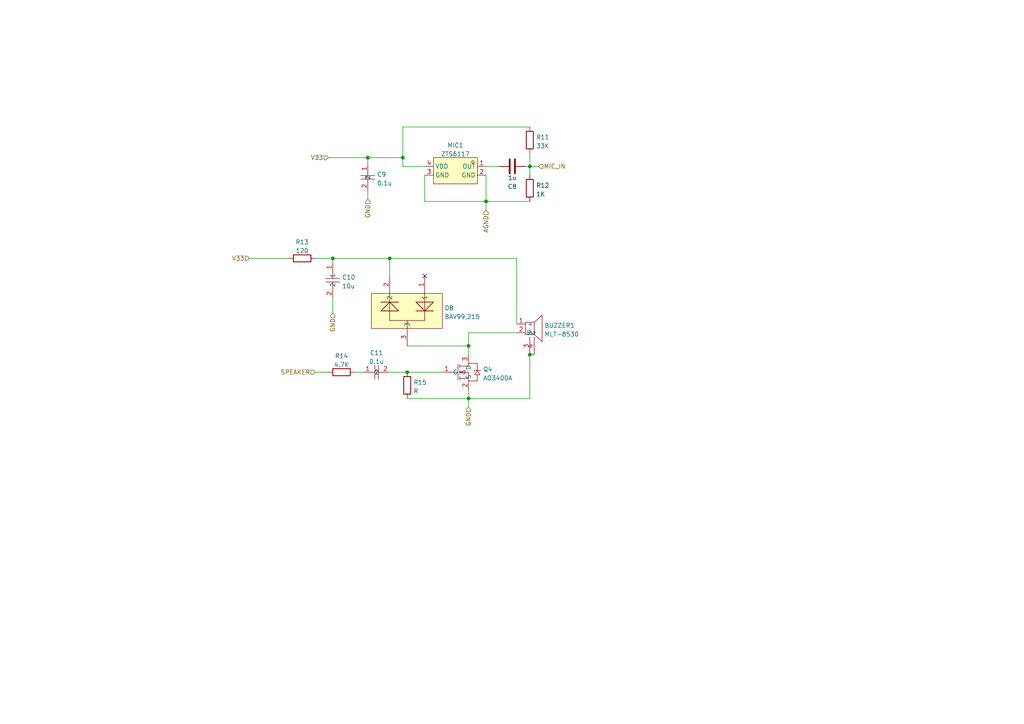
<source format=kicad_sch>
(kicad_sch (version 20211123) (generator eeschema)
  (paper "A4")
  (lib_symbols
    (symbol "Device:C" (pin_numbers hide) (pin_names (offset 0.254))
      (property "Reference" "C" (at 0.635 2.54 0))
      (property "Value" "C" (at 0.635 -2.54 0))
      (symbol "C_0_1"
        (polyline (pts (xy -2.032 -0.762) (xy 2.032 -0.762)) (stroke (width 0.508)))
        (polyline (pts (xy -2.032 0.762) (xy 2.032 0.762)) (stroke (width 0.508)))
      )
      (symbol "C_1_1"
        (pin passive line (at 0 3.81 270) (length 2.794) (name "~") (number "1"))
        (pin passive line (at 0 -3.81 90) (length 2.794) (name "~") (number "2"))
      )
    )
    (symbol "Device:R" (pin_numbers hide) (pin_names (offset 0))
      (property "Reference" "R" (at 2.032 0 90))
      (property "Value" "R" (at 0 0 90))
      (symbol "R_0_1"
        (rectangle (start -1.016 -2.54) (end 1.016 2.54) (stroke (width 0.254)))
      )
      (symbol "R_1_1"
        (pin passive line (at 0 3.81 270) (length 1.27) (name "~") (number "1"))
        (pin passive line (at 0 -3.81 90) (length 1.27) (name "~") (number "2"))
      )
    )
    (symbol "easyeda2kicad:AO3400A"
      (property "Reference" "Q" (at 0 10.16 0))
      (property "Value" "AO3400A" (at 0 -10.16 0))
      (symbol "AO3400A_0_1"
        (polyline (pts (xy -2.54 0) (xy -0.51 0)))
        (polyline (pts (xy -0.51 2.29) (xy -0.51 -2.29)))
        (polyline (pts (xy 0 -2.29) (xy 0 -1.27)))
        (polyline (pts (xy 0 -0.51) (xy 0 0.51)))
        (polyline (pts (xy 0 2.29) (xy 0 1.27)))
        (polyline (pts (xy 2.54 -1.78) (xy 0 -1.78)))
        (polyline (pts (xy 0 0) (xy 1.52 -0.51) (xy 1.52 0.51) (xy 0 0)) (fill (type background)))
        (polyline (pts (xy 5.08 0.51) (xy 4.32 -0.76) (xy 5.84 -0.76) (xy 5.08 0.51)) (fill (type background)))
        (polyline (pts (xy 6.1 0.51) (xy 5.59 0.51) (xy 4.57 0.51) (xy 4.06 0.51)))
        (polyline (pts (xy 0 0) (xy 2.54 0) (xy 2.54 -2.54) (xy 5.08 -2.54) (xy 5.08 -0.76)))
        (polyline (pts (xy 0 1.78) (xy 2.54 1.78) (xy 2.54 2.54) (xy 5.08 2.54) (xy 5.08 0.51)))
        (pin unspecified line (at -5.08 0 0) (length 2.54) (name "G") (number "1"))
        (pin unspecified line (at 2.54 -5.08 90) (length 2.54) (name "S") (number "2"))
        (pin unspecified line (at 2.54 5.08 270) (length 2.54) (name "D") (number "3"))
      )
    )
    (symbol "easyeda2kicad:BAV99,215"
      (property "Reference" "D" (at 0 15.24 0))
      (property "Value" "BAV99,215" (at 0 -15.24 0))
      (symbol "BAV99,215_0_1"
        (rectangle (start -10.16 5.08) (end 10.41 -5.08) (fill (type background)))
        (polyline (pts (xy -7.62 0) (xy -2.54 0)))
        (polyline (pts (xy -7.62 0) (xy -2.54 0)))
        (polyline (pts (xy 0 5.08) (xy 0 2.79)))
        (polyline (pts (xy 5.08 2.79) (xy 5.08 -5.08)))
        (polyline (pts (xy 7.62 -2.54) (xy 2.54 -2.54)))
        (polyline (pts (xy 7.62 -2.54) (xy 2.54 -2.54)))
        (polyline (pts (xy -5.08 -5.08) (xy -5.08 2.79) (xy 5.08 2.79)))
        (polyline (pts (xy -2.54 -2.54) (xy -5.08 0) (xy -7.62 -2.54) (xy -2.54 -2.54)) (fill (type background)))
        (polyline (pts (xy -2.54 -2.54) (xy -5.08 0) (xy -7.62 -2.54) (xy -2.54 -2.54)) (fill (type background)))
        (polyline (pts (xy 2.54 0) (xy 5.08 -2.54) (xy 7.62 0) (xy 2.54 0)) (fill (type background)))
        (polyline (pts (xy 2.54 0) (xy 5.08 -2.54) (xy 7.62 0) (xy 2.54 0)) (fill (type background)))
        (pin input line (at -5.08 -10.16 90) (length 5.08) (name "1") (number "1"))
        (pin input line (at 5.08 -10.16 90) (length 5.08) (name "2") (number "2"))
        (pin input line (at 0 10.16 270) (length 5.08) (name "3") (number "3"))
      )
    )
    (symbol "easyeda2kicad:CL05B104KO5NNNC"
      (property "Reference" "C" (at 0 5.08 0))
      (property "Value" "CL05B104KO5NNNC" (at 0 -5.08 0))
      (symbol "CL05B104KO5NNNC_0_1"
        (polyline (pts (xy -1.27 0) (xy -0.51 0)))
        (polyline (pts (xy -0.51 2.03) (xy -0.51 -2.03)))
        (polyline (pts (xy 0.51 0) (xy 1.27 0)))
        (polyline (pts (xy 0.51 2.03) (xy 0.51 -2.03)))
        (pin input line (at -3.81 0 0) (length 2.54) (name "1") (number "1"))
        (pin input line (at 3.81 0 180) (length 2.54) (name "2") (number "2"))
      )
    )
    (symbol "easyeda2kicad:CL10A106KP8NNNC"
      (property "Reference" "C" (at 0 5.08 0))
      (property "Value" "CL10A106KP8NNNC" (at 0 -5.08 0))
      (symbol "CL10A106KP8NNNC_0_1"
        (polyline (pts (xy -0.51 -2.03) (xy -0.51 2.03)))
        (polyline (pts (xy -0.51 0) (xy -2.54 0)))
        (polyline (pts (xy 0.51 2.03) (xy 0.51 -2.03)))
        (polyline (pts (xy 2.54 0) (xy 0.51 0)))
        (pin unspecified line (at -5.08 0 0) (length 2.54) (name "1") (number "1"))
        (pin unspecified line (at 5.08 0 180) (length 2.54) (name "2") (number "2"))
      )
    )
    (symbol "easyeda2kicad:MLT-8530"
      (property "Reference" "BUZZER" (at 0 6.35 0))
      (property "Value" "MLT-8530" (at 0 -12.7 0))
      (symbol "MLT-8530_0_1"
        (polyline (pts (xy -1.27 -1.78) (xy 1.27 -1.78)))
        (polyline (pts (xy -1.27 1.78) (xy -1.27 -1.78)))
        (polyline (pts (xy -1.27 1.78) (xy 1.27 1.78)))
        (polyline (pts (xy 1.27 -1.78) (xy 3.56 -3.81)))
        (polyline (pts (xy 1.27 1.78) (xy 1.27 -1.78)))
        (polyline (pts (xy 3.56 3.81) (xy 1.27 1.78)))
        (polyline (pts (xy 3.56 3.81) (xy 3.56 -3.81)))
        (pin unspecified line (at -3.81 1.27 0) (length 2.54) (name "+") (number "1"))
        (pin unspecified line (at -3.81 -1.27 0) (length 2.54) (name "2") (number "2"))
        (pin unspecified line (at 0 -7.62 90) (length 5.08) (name "3") (number "3"))
        (pin unspecified line (at 1.27 -7.62 90) (length 5.08) (name "4") (number "4"))
      )
    )
    (symbol "easyeda2kicad:ZTS6117"
      (property "Reference" "MIC" (at 0 6.35 0))
      (property "Value" "ZTS6117" (at 0 -6.35 0))
      (symbol "ZTS6117_0_1"
        (rectangle (start -6.35 3.81) (end 6.35 -3.81) (fill (type background)))
        (circle (center -5.08 2.54) (radius 0.38))
        (pin unspecified line (at -8.89 1.27 0) (length 2.54) (name "OUT") (number "1"))
        (pin unspecified line (at -8.89 -1.27 0) (length 2.54) (name "GND") (number "2"))
        (pin unspecified line (at 8.89 -1.27 180) (length 2.54) (name "GND") (number "3"))
        (pin unspecified line (at 8.89 1.27 180) (length 2.54) (name "VDD") (number "4"))
      )
    )
  )
  (junction (at 135.89 115.57))
  (junction (at 153.67 102.87))
  (junction (at 153.67 48.26))
  (junction (at 116.84 45.72))
  (junction (at 140.97 58.42))
  (junction (at 106.68 45.72))
  (junction (at 118.11 107.95))
  (junction (at 113.03 74.93))
  (junction (at 135.89 100.33))
  (junction (at 96.52 74.93))
  (no_connect (at 123.19 80.01))
  (wire (pts (xy 123.19 50.8) (xy 123.19 58.42)))
  (wire (pts (xy 153.67 48.26) (xy 156.21 48.26)))
  (wire (pts (xy 149.86 93.98) (xy 149.86 74.93)))
  (wire (pts (xy 118.11 107.95) (xy 128.27 107.95)))
  (wire (pts (xy 116.84 36.83) (xy 116.84 45.72)))
  (wire (pts (xy 123.19 58.42) (xy 140.97 58.42)))
  (wire (pts (xy 140.97 48.26) (xy 144.78 48.26)))
  (wire (pts (xy 149.86 74.93) (xy 113.03 74.93)))
  (wire (pts (xy 102.87 107.95) (xy 105.41 107.95)))
  (wire (pts (xy 152.4 48.26) (xy 153.67 48.26)))
  (wire (pts (xy 96.52 86.36) (xy 96.52 90.805)))
  (wire (pts (xy 91.44 74.93) (xy 96.52 74.93)))
  (wire (pts (xy 135.89 115.57) (xy 135.89 118.11)))
  (wire (pts (xy 91.44 107.95) (xy 95.25 107.95)))
  (wire (pts (xy 153.67 48.26) (xy 153.67 50.8)))
  (wire (pts (xy 135.89 100.33) (xy 135.89 102.87)))
  (wire (pts (xy 106.68 55.245) (xy 106.68 57.785)))
  (wire (pts (xy 95.25 45.72) (xy 106.68 45.72)))
  (wire (pts (xy 153.67 36.83) (xy 116.84 36.83)))
  (wire (pts (xy 153.67 102.87) (xy 153.67 115.57)))
  (wire (pts (xy 135.89 96.52) (xy 135.89 100.33)))
  (wire (pts (xy 135.89 113.03) (xy 135.89 115.57)))
  (wire (pts (xy 72.39 74.93) (xy 83.82 74.93)))
  (wire (pts (xy 135.89 100.33) (xy 118.11 100.33)))
  (wire (pts (xy 153.67 44.45) (xy 153.67 48.26)))
  (wire (pts (xy 113.03 74.93) (xy 113.03 80.01)))
  (wire (pts (xy 106.68 45.72) (xy 106.68 47.625)))
  (wire (pts (xy 140.97 58.42) (xy 140.97 60.96)))
  (wire (pts (xy 106.68 45.72) (xy 116.84 45.72)))
  (wire (pts (xy 153.67 102.87) (xy 154.94 102.87)))
  (wire (pts (xy 140.97 50.8) (xy 140.97 58.42)))
  (wire (pts (xy 135.89 115.57) (xy 153.67 115.57)))
  (wire (pts (xy 113.03 107.95) (xy 118.11 107.95)))
  (wire (pts (xy 96.52 74.93) (xy 96.52 76.2)))
  (wire (pts (xy 116.84 48.26) (xy 116.84 45.72)))
  (wire (pts (xy 153.67 58.42) (xy 140.97 58.42)))
  (wire (pts (xy 123.19 48.26) (xy 116.84 48.26)))
  (wire (pts (xy 113.03 74.93) (xy 96.52 74.93)))
  (wire (pts (xy 118.11 115.57) (xy 135.89 115.57)))
  (wire (pts (xy 149.86 96.52) (xy 135.89 96.52)))
  (hierarchical_label "V33" (shape input) (at 95.25 45.72 180))
  (hierarchical_label "MIC_IN" (shape input) (at 156.21 48.26 0))
  (hierarchical_label "GND" (shape input) (at 106.68 57.785 270))
  (hierarchical_label "AGND" (shape input) (at 140.97 60.96 270))
  (hierarchical_label "GND" (shape input) (at 135.89 118.11 270))
  (hierarchical_label "SPEAKER" (shape input) (at 91.44 107.95 180))
  (hierarchical_label "V33" (shape input) (at 72.39 74.93 180))
  (hierarchical_label "GND" (shape input) (at 96.52 90.805 270))
  (symbol (lib_id "Device:R") (at 118.11 111.76 0) (unit 1)
    (property "Reference" "R15" (at 119.888 110.9253 0) (effects (justify left)))
    (property "Value" "R" (at 119.888 113.4622 0) (effects (justify left)))
  )
  (symbol (lib_id "easyeda2kicad:AO3400A") (at 133.35 107.95 0) (unit 1)
    (property "Reference" "Q4" (at 140.085 107.1153 0) (effects (justify left)))
    (property "Value" "AO3400A" (at 140.085 109.6522 0) (effects (justify left)))
    (property "Footprint" "easyeda2kicad:SOT-23-3_L2.9-W1.6-P1.90-LS2.8-BR" (effects hide))
    (property "Datasheet" "https://lcsc.com/product-detail/MOSFET_AOS_AO3400A_AO3400A_C20917.html" (effects hide))
    (property "Manufacturer" "AOS" (effects hide))
    (property "LCSC Part" "C20917" (effects hide))
    (property "JLC Part" "Basic Part" (effects hide))
  )
  (symbol (lib_id "easyeda2kicad:CL05B104KO5NNNC") (at 109.22 107.95 0) (unit 1)
    (property "Reference" "C11" (at 109.22 102.3472 0))
    (property "Value" "0.1u" (at 109.22 104.8841 0))
    (property "Footprint" "easyeda2kicad:C0402_NEW" (effects hide))
    (property "Datasheet" "https://lcsc.com/product-detail/Multilayer-Ceramic-Capacitors-MLCC-SMD-SMT_SAMSUNG_CL05B104KO5NNNC_100nF-104-10-16V_C1525.html" (effects hide))
    (property "Manufacturer" "SAMSUNG(三星)" (effects hide))
    (property "LCSC Part" "C1525" (effects hide))
    (property "JLC Part" "Basic Part" (effects hide))
  )
  (symbol (lib_id "Device:R") (at 99.06 107.95 90) (unit 1)
    (property "Reference" "R14" (at 99.06 103.2342 90))
    (property "Value" "4.7K" (at 99.06 105.7711 90))
  )
  (symbol (lib_id "easyeda2kicad:ZTS6117") (at 132.08 49.53 0) (mirror y) (unit 1)
    (property "Reference" "MIC1" (at 132.08 42.1472 0))
    (property "Value" "ZTS6117" (at 132.08 44.6841 0))
    (property "Footprint" "easyeda2kicad:MIC-SMD_4P-L2.8-W1.9-P1.84-TL_ZTS6117" (effects hide))
    (property "Datasheet" "https://lcsc.com/product-detail/New-Arrivals_ZILLTEK-ZTS6117_C481300.html" (effects hide))
    (property "Manufacturer" "ZILLTEK(钰太)" (effects hide))
    (property "LCSC Part" "C481300" (effects hide))
    (property "JLC Part" "Extended Part" (effects hide))
  )
  (symbol (lib_id "Device:C") (at 148.59 48.26 90) (mirror x) (unit 1)
    (property "Reference" "C8" (at 148.59 54.1188 90))
    (property "Value" "1u" (at 148.59 51.5819 90))
  )
  (symbol (lib_id "easyeda2kicad:CL05B104KO5NNNC") (at 106.68 51.435 270) (unit 1)
    (property "Reference" "C9" (at 109.345 50.6003 90) (effects (justify left)))
    (property "Value" "0.1u" (at 109.345 53.1372 90) (effects (justify left)))
    (property "Footprint" "easyeda2kicad:C0402_NEW" (effects hide))
    (property "Datasheet" "https://lcsc.com/product-detail/Multilayer-Ceramic-Capacitors-MLCC-SMD-SMT_SAMSUNG_CL05B104KO5NNNC_100nF-104-10-16V_C1525.html" (effects hide))
    (property "Manufacturer" "SAMSUNG(三星)" (effects hide))
    (property "LCSC Part" "C1525" (effects hide))
    (property "JLC Part" "Basic Part" (effects hide))
  )
  (symbol (lib_id "Device:R") (at 87.63 74.93 270) (unit 1)
    (property "Reference" "R13" (at 87.63 70.2142 90))
    (property "Value" "120" (at 87.63 72.7511 90))
  )
  (symbol (lib_id "Device:R") (at 153.67 54.61 180) (unit 1)
    (property "Reference" "R12" (at 155.448 53.7753 0) (effects (justify right)))
    (property "Value" "1K" (at 155.448 56.3122 0) (effects (justify right)))
  )
  (symbol (lib_id "easyeda2kicad:CL10A106KP8NNNC") (at 96.52 81.28 270) (unit 1)
    (property "Reference" "C10" (at 99.185 80.4453 90) (effects (justify left)))
    (property "Value" "10u" (at 99.185 82.9822 90) (effects (justify left)))
    (property "Footprint" "easyeda2kicad:C0603" (effects hide))
    (property "Datasheet" "https://lcsc.com/product-detail/Multilayer-Ceramic-Capacitors-MLCC-SMD-SMT_SAMSUNG_CL10A106KP8NNNC_10uF-106-10-10V_C19702.html" (effects hide))
    (property "Manufacturer" "SAMSUNG(三星)" (effects hide))
    (property "LCSC Part" "C19702" (effects hide))
    (property "JLC Part" "Basic Part" (effects hide))
  )
  (symbol (lib_id "easyeda2kicad:BAV99,215") (at 118.11 90.17 180) (unit 1)
    (property "Reference" "D8" (at 128.905 89.3353 0) (effects (justify right)))
    (property "Value" "BAV99,215" (at 128.905 91.8722 0) (effects (justify right)))
    (property "Footprint" "easyeda2kicad:SOT-23-3_L2.9-W1.6-P1.90-LS2.8-BR" (effects hide))
    (property "Datasheet" "https://lcsc.com/product-detail/Switching-Diode_NXP_BAV99_BAV99_C2500.html" (effects hide))
    (property "Manufacturer" "Nexperia(安世)" (effects hide))
    (property "LCSC Part" "C2500" (effects hide))
    (property "JLC Part" "Basic Part" (effects hide))
  )
  (symbol (lib_id "Device:R") (at 153.67 40.64 180) (unit 1)
    (property "Reference" "R11" (at 155.448 39.8053 0) (effects (justify right)))
    (property "Value" "33K" (at 155.448 42.3422 0) (effects (justify right)))
  )
  (symbol (lib_id "easyeda2kicad:MLT-8530") (at 153.67 95.25 0) (unit 1)
    (property "Reference" "BUZZER1" (at 157.865 94.4153 0) (effects (justify left)))
    (property "Value" "MLT-8530" (at 157.865 96.9522 0) (effects (justify left)))
    (property "Footprint" "easyeda2kicad:BUZ-SMD_4P-L8.5-W8.5-P8.50-TL" (effects hide))
    (property "Datasheet" "https://lcsc.com/product-detail/Buzzers_MLT-8530_C94599.html" (effects hide))
    (property "Manufacturer" "华能" (effects hide))
    (property "LCSC Part" "C94599" (effects hide))
    (property "JLC Part" "Extended Part" (effects hide))
  )
)
</source>
